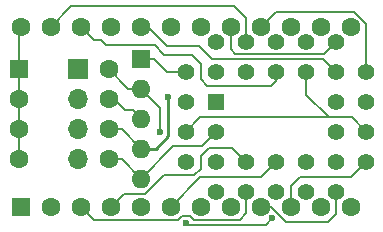
<source format=gbr>
G04 #@! TF.GenerationSoftware,KiCad,Pcbnew,9.0.0*
G04 #@! TF.CreationDate,2025-08-10T20:52:22-04:00*
G04 #@! TF.ProjectId,CBM-2332-MultiROM,43424d2d-3233-4333-922d-4d756c746952,rev?*
G04 #@! TF.SameCoordinates,Original*
G04 #@! TF.FileFunction,Copper,L1,Top*
G04 #@! TF.FilePolarity,Positive*
%FSLAX46Y46*%
G04 Gerber Fmt 4.6, Leading zero omitted, Abs format (unit mm)*
G04 Created by KiCad (PCBNEW 9.0.0) date 2025-08-10 20:52:22*
%MOMM*%
%LPD*%
G01*
G04 APERTURE LIST*
G04 Aperture macros list*
%AMRoundRect*
0 Rectangle with rounded corners*
0 $1 Rounding radius*
0 $2 $3 $4 $5 $6 $7 $8 $9 X,Y pos of 4 corners*
0 Add a 4 corners polygon primitive as box body*
4,1,4,$2,$3,$4,$5,$6,$7,$8,$9,$2,$3,0*
0 Add four circle primitives for the rounded corners*
1,1,$1+$1,$2,$3*
1,1,$1+$1,$4,$5*
1,1,$1+$1,$6,$7*
1,1,$1+$1,$8,$9*
0 Add four rect primitives between the rounded corners*
20,1,$1+$1,$2,$3,$4,$5,0*
20,1,$1+$1,$4,$5,$6,$7,0*
20,1,$1+$1,$6,$7,$8,$9,0*
20,1,$1+$1,$8,$9,$2,$3,0*%
G04 Aperture macros list end*
G04 #@! TA.AperFunction,ComponentPad*
%ADD10C,1.422400*%
G04 #@! TD*
G04 #@! TA.AperFunction,ComponentPad*
%ADD11R,1.422400X1.422400*%
G04 #@! TD*
G04 #@! TA.AperFunction,ComponentPad*
%ADD12RoundRect,0.250000X-0.550000X-0.550000X0.550000X-0.550000X0.550000X0.550000X-0.550000X0.550000X0*%
G04 #@! TD*
G04 #@! TA.AperFunction,ComponentPad*
%ADD13C,1.600000*%
G04 #@! TD*
G04 #@! TA.AperFunction,ComponentPad*
%ADD14RoundRect,0.250000X0.550000X-0.550000X0.550000X0.550000X-0.550000X0.550000X-0.550000X-0.550000X0*%
G04 #@! TD*
G04 #@! TA.AperFunction,ComponentPad*
%ADD15R,1.600000X1.600000*%
G04 #@! TD*
G04 #@! TA.AperFunction,ComponentPad*
%ADD16O,1.600000X1.600000*%
G04 #@! TD*
G04 #@! TA.AperFunction,ComponentPad*
%ADD17R,1.700000X1.700000*%
G04 #@! TD*
G04 #@! TA.AperFunction,ComponentPad*
%ADD18O,1.700000X1.700000*%
G04 #@! TD*
G04 #@! TA.AperFunction,ViaPad*
%ADD19C,0.600000*%
G04 #@! TD*
G04 #@! TA.AperFunction,Conductor*
%ADD20C,0.200000*%
G04 #@! TD*
G04 #@! TA.AperFunction,Conductor*
%ADD21C,0.250000*%
G04 #@! TD*
G04 APERTURE END LIST*
D10*
X128574801Y-86309200D03*
X131114801Y-83769200D03*
X128574801Y-83769200D03*
X131114801Y-81229201D03*
X133654801Y-83769200D03*
X133654801Y-81229200D03*
X136194801Y-83769200D03*
X136194801Y-81229200D03*
X138734801Y-83769200D03*
X138734801Y-81229200D03*
X141274801Y-83769200D03*
X141274800Y-81229200D03*
X143814801Y-83769200D03*
X141274801Y-86309200D03*
X143814801Y-86309200D03*
X141274801Y-88849200D03*
X143814801Y-88849200D03*
X141274800Y-91389200D03*
X143814802Y-91389200D03*
X141274801Y-93929200D03*
X138734801Y-91389200D03*
X138734801Y-93929200D03*
X136194801Y-91389200D03*
X136194801Y-93929200D03*
X133654801Y-91389200D03*
X133654801Y-93929200D03*
X131114801Y-91389199D03*
X131114801Y-93929200D03*
X128574801Y-91389200D03*
X131114801Y-88849200D03*
X128574801Y-88849200D03*
D11*
X131114801Y-86309200D03*
D12*
X114401600Y-83566000D03*
D13*
X114401600Y-86106000D03*
X114401600Y-88646000D03*
X114401600Y-91186000D03*
X122021600Y-91186000D03*
X122021600Y-88646000D03*
X122021600Y-86106000D03*
X122021600Y-83566000D03*
D14*
X114585750Y-95192850D03*
D13*
X117125750Y-95192850D03*
X119665750Y-95192850D03*
X122205750Y-95192850D03*
X124745750Y-95192850D03*
X127285750Y-95192850D03*
X129825750Y-95192850D03*
X132365750Y-95192850D03*
X134905750Y-95192850D03*
X137445750Y-95192850D03*
X139985750Y-95192850D03*
X142525750Y-95192850D03*
X142525750Y-79952850D03*
X139985750Y-79952850D03*
X137445750Y-79952850D03*
X134905750Y-79952850D03*
X132365750Y-79952850D03*
X129825750Y-79952850D03*
X127285750Y-79952850D03*
X124745750Y-79952850D03*
X122205750Y-79952850D03*
X119665750Y-79952850D03*
X117125750Y-79952850D03*
X114585750Y-79952850D03*
D15*
X124764800Y-82651600D03*
D16*
X124764800Y-85191600D03*
X124764800Y-87731600D03*
X124764800Y-90271600D03*
X124764800Y-92811600D03*
D17*
X119430800Y-83566000D03*
D18*
X119430800Y-86106000D03*
X119430800Y-88646000D03*
X119430800Y-91186000D03*
D19*
X126380000Y-88830000D03*
X127050000Y-85870000D03*
X135897535Y-96156865D03*
X128574800Y-96561200D03*
D20*
X129794001Y-87630000D02*
X128574801Y-88849200D01*
X140810000Y-87630000D02*
X140665200Y-87630000D01*
X126380000Y-86806800D02*
X124764800Y-85191600D01*
X126380000Y-88830000D02*
X126380000Y-86806800D01*
D21*
X126018400Y-90271600D02*
X124764800Y-90271600D01*
X127050000Y-89240000D02*
X126018400Y-90271600D01*
X127050000Y-85870000D02*
X127050000Y-89240000D01*
D20*
X135766000Y-84960000D02*
X136194801Y-84531199D01*
X130387000Y-84960000D02*
X135766000Y-84960000D01*
X136194801Y-84531199D02*
X136194801Y-83769200D01*
X129820000Y-84393000D02*
X130387000Y-84960000D01*
X129060000Y-82310000D02*
X129820000Y-83070000D01*
X125970000Y-81530000D02*
X126750000Y-82310000D01*
X121338700Y-81038700D02*
X121830000Y-81530000D01*
X121830000Y-81530000D02*
X125970000Y-81530000D01*
X120751600Y-81038700D02*
X121338700Y-81038700D01*
X126750000Y-82310000D02*
X129060000Y-82310000D01*
X129820000Y-83070000D02*
X129820000Y-84393000D01*
X119665750Y-79952850D02*
X120751600Y-81038700D01*
X130750000Y-82642400D02*
X140148001Y-82642400D01*
X140148001Y-82642400D02*
X141274801Y-83769200D01*
X125325551Y-79952850D02*
X126952700Y-81580000D01*
X124745750Y-79952850D02*
X125325551Y-79952850D01*
X126952700Y-81580000D02*
X129687600Y-81580000D01*
X129687600Y-81580000D02*
X130750000Y-82642400D01*
X129894001Y-90070000D02*
X131114801Y-88849200D01*
X127506400Y-90070000D02*
X129894001Y-90070000D01*
X124764800Y-92811600D02*
X127506400Y-90070000D01*
X123647200Y-85191600D02*
X124764800Y-85191600D01*
X122021600Y-83566000D02*
X123647200Y-85191600D01*
X114401600Y-88646000D02*
X114401600Y-86106000D01*
X114401600Y-86106000D02*
X114401600Y-83566000D01*
X114401600Y-91186000D02*
X114401600Y-88646000D01*
X114401600Y-83566000D02*
X114401600Y-80137000D01*
X114401600Y-80137000D02*
X114585750Y-79952850D01*
X142595601Y-87630000D02*
X140810000Y-87630000D01*
X124764800Y-82651600D02*
X125831600Y-82651600D01*
X143814801Y-88849200D02*
X142595601Y-87630000D01*
X138734801Y-85699601D02*
X138734801Y-83769200D01*
X140665200Y-87630000D02*
X138734801Y-85699601D01*
X126949200Y-83769200D02*
X128574801Y-83769200D01*
X125831600Y-82651600D02*
X126949200Y-83769200D01*
X133654801Y-93929200D02*
X133654801Y-95745199D01*
X133106150Y-96293850D02*
X129263050Y-96293850D01*
X128196250Y-95961200D02*
X127863600Y-96293850D01*
X129263050Y-96293850D02*
X128930400Y-95961200D01*
X133654801Y-95745199D02*
X133106150Y-96293850D01*
X120766750Y-96293850D02*
X119665750Y-95192850D01*
X127863600Y-96293850D02*
X120766750Y-96293850D01*
X128930400Y-95961200D02*
X128196250Y-95961200D01*
X130505200Y-90220800D02*
X132486401Y-90220800D01*
X129844800Y-91955200D02*
X129844800Y-90881200D01*
X132486401Y-90220800D02*
X133654801Y-91389200D01*
X129284000Y-92516000D02*
X129844800Y-91955200D01*
X122205750Y-95192850D02*
X123306750Y-94091850D01*
X129844800Y-90881200D02*
X130505200Y-90220800D01*
X123306750Y-94091850D02*
X125110150Y-94091850D01*
X126686000Y-92516000D02*
X129284000Y-92516000D01*
X125110150Y-94091850D02*
X126686000Y-92516000D01*
X143814801Y-79684851D02*
X143814801Y-83769200D01*
X134905750Y-79952850D02*
X136169400Y-78689200D01*
X136169400Y-78689200D02*
X142819150Y-78689200D01*
X142819150Y-78689200D02*
X143814801Y-79684851D01*
X128736800Y-96723200D02*
X129336800Y-96723200D01*
X135331200Y-96723200D02*
X135897535Y-96156865D01*
X128574800Y-96561200D02*
X128736800Y-96723200D01*
X129336800Y-96723200D02*
X135331200Y-96723200D01*
X141274800Y-81229200D02*
X140262600Y-82241400D01*
X132365750Y-81870550D02*
X132365750Y-79952850D01*
X140262600Y-82241400D02*
X132736600Y-82241400D01*
X132736600Y-82241400D02*
X132365750Y-81870550D01*
X134884001Y-92700000D02*
X129778600Y-92700000D01*
X129778600Y-92700000D02*
X127285750Y-95192850D01*
X136194801Y-91389200D02*
X134884001Y-92700000D01*
X135782050Y-95192850D02*
X134905750Y-95192850D01*
X137058400Y-96469200D02*
X135782050Y-95192850D01*
X140614400Y-96469200D02*
X137058400Y-96469200D01*
X141274801Y-93929200D02*
X141274801Y-95808799D01*
X141274801Y-95808799D02*
X140614400Y-96469200D01*
X137445750Y-93454250D02*
X138240800Y-92659200D01*
X138240800Y-92659200D02*
X142544802Y-92659200D01*
X137445750Y-95192850D02*
X137445750Y-93454250D01*
X142544802Y-92659200D02*
X143814802Y-91389200D01*
X132638800Y-78232000D02*
X118846600Y-78232000D01*
X133654801Y-79248001D02*
X132638800Y-78232000D01*
X133654801Y-81229200D02*
X133654801Y-79248001D01*
X118846600Y-78232000D02*
X117125750Y-79952850D01*
X124764800Y-85191600D02*
X125069600Y-84886800D01*
X123139200Y-91186000D02*
X122021600Y-91186000D01*
X124764800Y-92811600D02*
X123139200Y-91186000D01*
X128574801Y-89001599D02*
X128574801Y-88849200D01*
X122478800Y-86106000D02*
X122021600Y-86106000D01*
X124764800Y-87731600D02*
X124053600Y-87020400D01*
X124053600Y-87020400D02*
X123393200Y-87020400D01*
X123393200Y-87020400D02*
X122478800Y-86106000D01*
X123139200Y-88646000D02*
X122021600Y-88646000D01*
X124764800Y-90271600D02*
X123139200Y-88646000D01*
X140810000Y-87630000D02*
X129794001Y-87630000D01*
M02*

</source>
